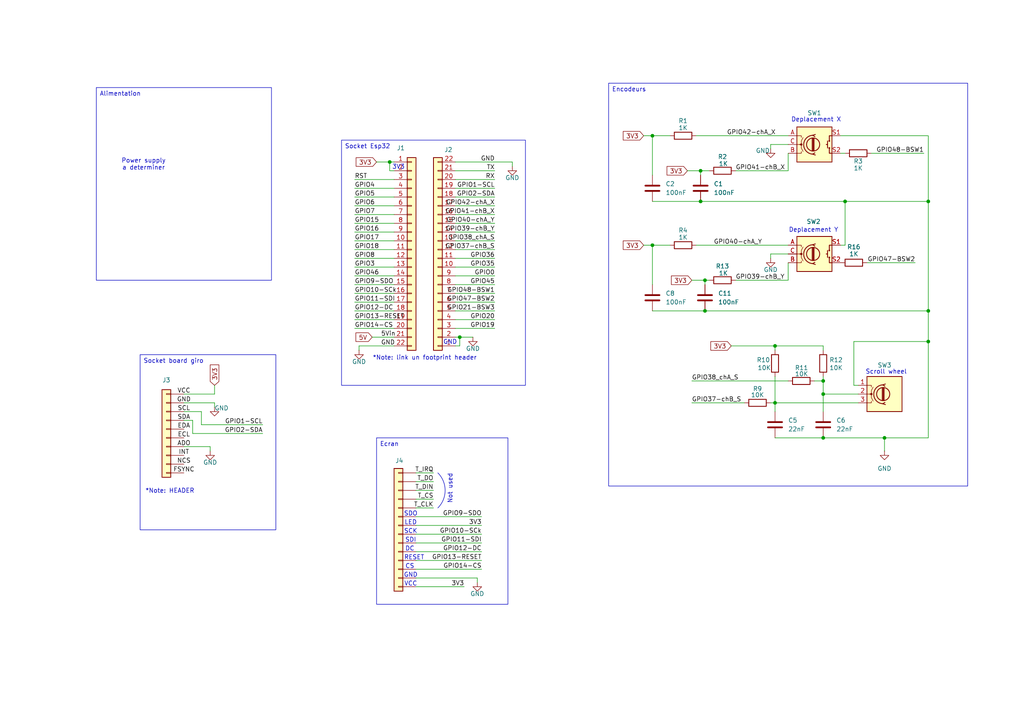
<source format=kicad_sch>
(kicad_sch (version 20231120) (generator "eeschema") (generator_version "8.0")
  (paper "A4")
  (lib_symbols
    (symbol "Conn_01x22_1" (pin_names (offset 1.016) hide)
      (property "Reference" "J" (at 0 27.94 0))
      (property "Value" "Conn_01x22" (at 0 -30.48 0))
      (symbol "Conn_01x22_1_1_1"
        (rectangle (start -1.27 -27.813) (end 0 -28.067) (stroke (width 0.1524)))
        (rectangle (start -1.27 -25.273) (end 0 -25.527) (stroke (width 0.1524)))
        (rectangle (start -1.27 -22.733) (end 0 -22.987) (stroke (width 0.1524)))
        (rectangle (start -1.27 -20.193) (end 0 -20.447) (stroke (width 0.1524)))
        (rectangle (start -1.27 -17.653) (end 0 -17.907) (stroke (width 0.1524)))
        (rectangle (start -1.27 -15.113) (end 0 -15.367) (stroke (width 0.1524)))
        (rectangle (start -1.27 -12.573) (end 0 -12.827) (stroke (width 0.1524)))
        (rectangle (start -1.27 -10.033) (end 0 -10.287) (stroke (width 0.1524)))
        (rectangle (start -1.27 -7.493) (end 0 -7.747) (stroke (width 0.1524)))
        (rectangle (start -1.27 -4.953) (end 0 -5.207) (stroke (width 0.1524)))
        (rectangle (start -1.27 -2.413) (end 0 -2.667) (stroke (width 0.1524)))
        (rectangle (start -1.27 0.127) (end 0 -0.127) (stroke (width 0.1524)))
        (rectangle (start -1.27 2.667) (end 0 2.413) (stroke (width 0.1524)))
        (rectangle (start -1.27 5.207) (end 0 4.953) (stroke (width 0.1524)))
        (rectangle (start -1.27 7.747) (end 0 7.493) (stroke (width 0.1524)))
        (rectangle (start -1.27 10.287) (end 0 10.033) (stroke (width 0.1524)))
        (rectangle (start -1.27 12.827) (end 0 12.573) (stroke (width 0.1524)))
        (rectangle (start -1.27 15.367) (end 0 15.113) (stroke (width 0.1524)))
        (rectangle (start -1.27 17.907) (end 0 17.653) (stroke (width 0.1524)))
        (rectangle (start -1.27 20.447) (end 0 20.193) (stroke (width 0.1524)))
        (rectangle (start -1.27 22.987) (end 0 22.733) (stroke (width 0.1524)))
        (rectangle (start -1.27 25.527) (end 0 25.273) (stroke (width 0.1524)))
        (rectangle (start -1.27 26.67) (end 1.27 -29.21) (stroke (width 0.254)) (fill (type background)))
        (pin passive line (at -5.08 25.4 0) (length 3.81) (name "Pin_1") (number "1"))
        (pin passive line (at -5.08 2.54 0) (length 3.81) (name "Pin_10") (number "10"))
        (pin passive line (at -5.08 0 0) (length 3.81) (name "Pin_11") (number "11"))
        (pin passive line (at -5.08 -2.54 0) (length 3.81) (name "Pin_12") (number "12"))
        (pin passive line (at -5.08 -5.08 0) (length 3.81) (name "Pin_13") (number "13"))
        (pin passive line (at -5.08 -7.62 0) (length 3.81) (name "Pin_14") (number "14"))
        (pin passive line (at -5.08 -10.16 0) (length 3.81) (name "Pin_15") (number "15"))
        (pin passive line (at -5.08 -12.7 0) (length 3.81) (name "Pin_16") (number "16"))
        (pin passive line (at -5.08 -15.24 0) (length 3.81) (name "Pin_17") (number "17"))
        (pin passive line (at -5.08 -17.78 0) (length 3.81) (name "Pin_18") (number "18"))
        (pin passive line (at -5.08 -20.32 0) (length 3.81) (name "Pin_19") (number "19"))
        (pin passive line (at -5.08 22.86 0) (length 3.81) (name "Pin_2") (number "2"))
        (pin passive line (at -5.08 -22.86 0) (length 3.81) (name "Pin_20") (number "20"))
        (pin passive line (at -5.08 -25.4 0) (length 3.81) (name "Pin_21") (number "21"))
        (pin passive line (at -5.08 -27.94 0) (length 3.81) (name "Pin_22") (number "22"))
        (pin passive line (at -5.08 20.32 0) (length 3.81) (name "Pin_3") (number "3"))
        (pin passive line (at -5.08 17.78 0) (length 3.81) (name "Pin_4") (number "4"))
        (pin passive line (at -5.08 15.24 0) (length 3.81) (name "Pin_5") (number "5"))
        (pin passive line (at -5.08 12.7 0) (length 3.81) (name "Pin_6") (number "6"))
        (pin passive line (at -5.08 10.16 0) (length 3.81) (name "Pin_7") (number "7"))
        (pin passive line (at -5.08 7.62 0) (length 3.81) (name "Pin_8") (number "8"))
        (pin passive line (at -5.08 5.08 0) (length 3.81) (name "Pin_9") (number "9"))
      )
    )
    (symbol "Connector_Generic:Conn_01x10" (pin_numbers hide) (pin_names (offset 1.016) hide)
      (property "Reference" "J" (at 0 12.7 0))
      (property "Value" "Conn_01x10" (at 0 -15.24 0))
      (symbol "Conn_01x10_1_1"
        (rectangle (start -1.27 -12.573) (end 0 -12.827) (stroke (width 0.1524)))
        (rectangle (start -1.27 -10.033) (end 0 -10.287) (stroke (width 0.1524)))
        (rectangle (start -1.27 -7.493) (end 0 -7.747) (stroke (width 0.1524)))
        (rectangle (start -1.27 -4.953) (end 0 -5.207) (stroke (width 0.1524)))
        (rectangle (start -1.27 -2.413) (end 0 -2.667) (stroke (width 0.1524)))
        (rectangle (start -1.27 0.127) (end 0 -0.127) (stroke (width 0.1524)))
        (rectangle (start -1.27 2.667) (end 0 2.413) (stroke (width 0.1524)))
        (rectangle (start -1.27 5.207) (end 0 4.953) (stroke (width 0.1524)))
        (rectangle (start -1.27 7.747) (end 0 7.493) (stroke (width 0.1524)))
        (rectangle (start -1.27 10.287) (end 0 10.033) (stroke (width 0.1524)))
        (rectangle (start -1.27 11.43) (end 1.27 -13.97) (stroke (width 0.254)) (fill (type background)))
        (pin passive line (at -5.08 10.16 0) (length 3.81) (name "Pin_1") (number "1"))
        (pin passive line (at -5.08 -12.7 0) (length 3.81) (name "Pin_10") (number "10"))
        (pin passive line (at -5.08 7.62 0) (length 3.81) (name "Pin_2") (number "2"))
        (pin passive line (at -5.08 5.08 0) (length 3.81) (name "Pin_3") (number "3"))
        (pin passive line (at -5.08 2.54 0) (length 3.81) (name "Pin_4") (number "4"))
        (pin passive line (at -5.08 0 0) (length 3.81) (name "Pin_5") (number "5"))
        (pin passive line (at -5.08 -2.54 0) (length 3.81) (name "Pin_6") (number "6"))
        (pin passive line (at -5.08 -5.08 0) (length 3.81) (name "Pin_7") (number "7"))
        (pin passive line (at -5.08 -7.62 0) (length 3.81) (name "Pin_8") (number "8"))
        (pin passive line (at -5.08 -10.16 0) (length 3.81) (name "Pin_9") (number "9"))
      )
    )
    (symbol "Connector_Generic:Conn_01x14" (pin_numbers hide) (pin_names (offset 1.016) hide)
      (property "Reference" "J" (at 0 17.78 0))
      (property "Value" "Conn_01x14" (at 0 -20.32 0))
      (symbol "Conn_01x14_1_1"
        (rectangle (start -1.27 -17.653) (end 0 -17.907) (stroke (width 0.1524)))
        (rectangle (start -1.27 -15.113) (end 0 -15.367) (stroke (width 0.1524)))
        (rectangle (start -1.27 -12.573) (end 0 -12.827) (stroke (width 0.1524)))
        (rectangle (start -1.27 -10.033) (end 0 -10.287) (stroke (width 0.1524)))
        (rectangle (start -1.27 -7.493) (end 0 -7.747) (stroke (width 0.1524)))
        (rectangle (start -1.27 -4.953) (end 0 -5.207) (stroke (width 0.1524)))
        (rectangle (start -1.27 -2.413) (end 0 -2.667) (stroke (width 0.1524)))
        (rectangle (start -1.27 0.127) (end 0 -0.127) (stroke (width 0.1524)))
        (rectangle (start -1.27 2.667) (end 0 2.413) (stroke (width 0.1524)))
        (rectangle (start -1.27 5.207) (end 0 4.953) (stroke (width 0.1524)))
        (rectangle (start -1.27 7.747) (end 0 7.493) (stroke (width 0.1524)))
        (rectangle (start -1.27 10.287) (end 0 10.033) (stroke (width 0.1524)))
        (rectangle (start -1.27 12.827) (end 0 12.573) (stroke (width 0.1524)))
        (rectangle (start -1.27 15.367) (end 0 15.113) (stroke (width 0.1524)))
        (rectangle (start -1.27 16.51) (end 1.27 -19.05) (stroke (width 0.254)) (fill (type background)))
        (pin passive line (at -5.08 15.24 0) (length 3.81) (name "Pin_1") (number "1"))
        (pin passive line (at -5.08 -7.62 0) (length 3.81) (name "Pin_10") (number "10"))
        (pin passive line (at -5.08 -10.16 0) (length 3.81) (name "Pin_11") (number "11"))
        (pin passive line (at -5.08 -12.7 0) (length 3.81) (name "Pin_12") (number "12"))
        (pin passive line (at -5.08 -15.24 0) (length 3.81) (name "Pin_13") (number "13"))
        (pin passive line (at -5.08 -17.78 0) (length 3.81) (name "Pin_14") (number "14"))
        (pin passive line (at -5.08 12.7 0) (length 3.81) (name "Pin_2") (number "2"))
        (pin passive line (at -5.08 10.16 0) (length 3.81) (name "Pin_3") (number "3"))
        (pin passive line (at -5.08 7.62 0) (length 3.81) (name "Pin_4") (number "4"))
        (pin passive line (at -5.08 5.08 0) (length 3.81) (name "Pin_5") (number "5"))
        (pin passive line (at -5.08 2.54 0) (length 3.81) (name "Pin_6") (number "6"))
        (pin passive line (at -5.08 0 0) (length 3.81) (name "Pin_7") (number "7"))
        (pin passive line (at -5.08 -2.54 0) (length 3.81) (name "Pin_8") (number "8"))
        (pin passive line (at -5.08 -5.08 0) (length 3.81) (name "Pin_9") (number "9"))
      )
    )
    (symbol "Connector_Generic:Conn_01x22" (pin_names (offset 1.016) hide)
      (property "Reference" "J" (at 0 27.94 0))
      (property "Value" "Conn_01x22" (at 0 -30.48 0))
      (symbol "Conn_01x22_1_1"
        (rectangle (start -1.27 -27.813) (end 0 -28.067) (stroke (width 0.1524)))
        (rectangle (start -1.27 -25.273) (end 0 -25.527) (stroke (width 0.1524)))
        (rectangle (start -1.27 -22.733) (end 0 -22.987) (stroke (width 0.1524)))
        (rectangle (start -1.27 -20.193) (end 0 -20.447) (stroke (width 0.1524)))
        (rectangle (start -1.27 -17.653) (end 0 -17.907) (stroke (width 0.1524)))
        (rectangle (start -1.27 -15.113) (end 0 -15.367) (stroke (width 0.1524)))
        (rectangle (start -1.27 -12.573) (end 0 -12.827) (stroke (width 0.1524)))
        (rectangle (start -1.27 -10.033) (end 0 -10.287) (stroke (width 0.1524)))
        (rectangle (start -1.27 -7.493) (end 0 -7.747) (stroke (width 0.1524)))
        (rectangle (start -1.27 -4.953) (end 0 -5.207) (stroke (width 0.1524)))
        (rectangle (start -1.27 -2.413) (end 0 -2.667) (stroke (width 0.1524)))
        (rectangle (start -1.27 0.127) (end 0 -0.127) (stroke (width 0.1524)))
        (rectangle (start -1.27 2.667) (end 0 2.413) (stroke (width 0.1524)))
        (rectangle (start -1.27 5.207) (end 0 4.953) (stroke (width 0.1524)))
        (rectangle (start -1.27 7.747) (end 0 7.493) (stroke (width 0.1524)))
        (rectangle (start -1.27 10.287) (end 0 10.033) (stroke (width 0.1524)))
        (rectangle (start -1.27 12.827) (end 0 12.573) (stroke (width 0.1524)))
        (rectangle (start -1.27 15.367) (end 0 15.113) (stroke (width 0.1524)))
        (rectangle (start -1.27 17.907) (end 0 17.653) (stroke (width 0.1524)))
        (rectangle (start -1.27 20.447) (end 0 20.193) (stroke (width 0.1524)))
        (rectangle (start -1.27 22.987) (end 0 22.733) (stroke (width 0.1524)))
        (rectangle (start -1.27 25.527) (end 0 25.273) (stroke (width 0.1524)))
        (rectangle (start -1.27 26.67) (end 1.27 -29.21) (stroke (width 0.254)) (fill (type background)))
        (pin passive line (at -5.08 25.4 0) (length 3.81) (name "Pin_1") (number "1"))
        (pin passive line (at -5.08 2.54 0) (length 3.81) (name "Pin_10") (number "10"))
        (pin passive line (at -5.08 0 0) (length 3.81) (name "Pin_11") (number "11"))
        (pin passive line (at -5.08 -2.54 0) (length 3.81) (name "Pin_12") (number "12"))
        (pin passive line (at -5.08 -5.08 0) (length 3.81) (name "Pin_13") (number "13"))
        (pin passive line (at -5.08 -7.62 0) (length 3.81) (name "Pin_14") (number "14"))
        (pin passive line (at -5.08 -10.16 0) (length 3.81) (name "Pin_15") (number "15"))
        (pin passive line (at -5.08 -12.7 0) (length 3.81) (name "Pin_16") (number "16"))
        (pin passive line (at -5.08 -15.24 0) (length 3.81) (name "Pin_17") (number "17"))
        (pin passive line (at -5.08 -17.78 0) (length 3.81) (name "Pin_18") (number "18"))
        (pin passive line (at -5.08 -20.32 0) (length 3.81) (name "Pin_19") (number "19"))
        (pin passive line (at -5.08 22.86 0) (length 3.81) (name "Pin_2") (number "2"))
        (pin passive line (at -5.08 -22.86 0) (length 3.81) (name "Pin_20") (number "20"))
        (pin passive line (at -5.08 -25.4 0) (length 3.81) (name "Pin_21") (number "21"))
        (pin passive line (at -5.08 -27.94 0) (length 3.81) (name "Pin_22") (number "22"))
        (pin passive line (at -5.08 20.32 0) (length 3.81) (name "Pin_3") (number "3"))
        (pin passive line (at -5.08 17.78 0) (length 3.81) (name "Pin_4") (number "4"))
        (pin passive line (at -5.08 15.24 0) (length 3.81) (name "Pin_5") (number "5"))
        (pin passive line (at -5.08 12.7 0) (length 3.81) (name "Pin_6") (number "6"))
        (pin passive line (at -5.08 10.16 0) (length 3.81) (name "Pin_7") (number "7"))
        (pin passive line (at -5.08 7.62 0) (length 3.81) (name "Pin_8") (number "8"))
        (pin passive line (at -5.08 5.08 0) (length 3.81) (name "Pin_9") (number "9"))
      )
    )
    (symbol "Device:C" (pin_numbers hide) (pin_names (offset 0.254))
      (property "Reference" "C" (at 0.635 2.54 0))
      (property "Value" "C" (at 0.635 -2.54 0))
      (symbol "C_0_1"
        (polyline (pts (xy -2.032 -0.762) (xy 2.032 -0.762)) (stroke (width 0.508)))
        (polyline (pts (xy -2.032 0.762) (xy 2.032 0.762)) (stroke (width 0.508)))
      )
      (symbol "C_1_1"
        (pin passive line (at 0 3.81 270) (length 2.794) (name "~") (number "1"))
        (pin passive line (at 0 -3.81 90) (length 2.794) (name "~") (number "2"))
      )
    )
    (symbol "Device:R" (pin_numbers hide) (pin_names (offset 0))
      (property "Reference" "R" (at 2.032 0 90))
      (property "Value" "R" (at 0 0 90))
      (symbol "R_0_1"
        (rectangle (start -1.016 -2.54) (end 1.016 2.54) (stroke (width 0.254)))
      )
      (symbol "R_1_1"
        (pin passive line (at 0 3.81 270) (length 1.27) (name "~") (number "1"))
        (pin passive line (at 0 -3.81 90) (length 1.27) (name "~") (number "2"))
      )
    )
    (symbol "Device:RotaryEncoder_Switch" (pin_names (offset 0.254) hide)
      (property "Reference" "SW" (at 0 6.604 0))
      (property "Value" "RotaryEncoder_Switch" (at 0 -6.604 0))
      (symbol "RotaryEncoder_Switch_0_1"
        (rectangle (start -5.08 5.08) (end 5.08 -5.08) (stroke (width 0.254)) (fill (type background)))
        (circle (center -3.81 0) (radius 0.254) (fill (type outline)))
        (circle (center -0.381 0) (radius 1.905) (stroke (width 0.254)))
        (arc (start -0.381 2.667) (mid -3.0988 -0.0635) (end -0.381 -2.794) (stroke (width 0.254)))
        (polyline (pts (xy -0.635 -1.778) (xy -0.635 1.778)) (stroke (width 0.254)))
        (polyline (pts (xy -0.381 -1.778) (xy -0.381 1.778)) (stroke (width 0.254)))
        (polyline (pts (xy -0.127 1.778) (xy -0.127 -1.778)) (stroke (width 0.254)))
        (polyline (pts (xy 3.81 0) (xy 3.429 0)) (stroke (width 0.254)))
        (polyline (pts (xy 3.81 1.016) (xy 3.81 -1.016)) (stroke (width 0.254)))
        (polyline (pts (xy -5.08 -2.54) (xy -3.81 -2.54) (xy -3.81 -2.032)))
        (polyline (pts (xy -5.08 2.54) (xy -3.81 2.54) (xy -3.81 2.032)))
        (polyline (pts (xy 0.254 -3.048) (xy -0.508 -2.794) (xy 0.127 -2.413)) (stroke (width 0.254)))
        (polyline (pts (xy 0.254 2.921) (xy -0.508 2.667) (xy 0.127 2.286)) (stroke (width 0.254)))
        (polyline (pts (xy 5.08 -2.54) (xy 4.318 -2.54) (xy 4.318 -1.016)) (stroke (width 0.254)))
        (polyline (pts (xy 5.08 2.54) (xy 4.318 2.54) (xy 4.318 1.016)) (stroke (width 0.254)))
        (polyline (pts (xy -5.08 0) (xy -3.81 0) (xy -3.81 -1.016) (xy -3.302 -2.032)))
        (polyline (pts (xy -4.318 0) (xy -3.81 0) (xy -3.81 1.016) (xy -3.302 2.032)))
        (circle (center 4.318 -1.016) (radius 0.127) (stroke (width 0.254)))
        (circle (center 4.318 1.016) (radius 0.127) (stroke (width 0.254)))
      )
      (symbol "RotaryEncoder_Switch_1_1"
        (pin passive line (at -7.62 2.54 0) (length 2.54) (name "A") (number "A"))
        (pin passive line (at -7.62 -2.54 0) (length 2.54) (name "B") (number "B"))
        (pin passive line (at -7.62 0 0) (length 2.54) (name "C") (number "C"))
        (pin passive line (at 7.62 2.54 180) (length 2.54) (name "S1") (number "S1"))
        (pin passive line (at 7.62 -2.54 180) (length 2.54) (name "S2") (number "S2"))
      )
    )
    (symbol "RotaryEncoder_1" (pin_names (offset 0.254) hide)
      (property "Reference" "SW3" (at -2.032 8.382 0))
      (symbol "RotaryEncoder_1_0_1"
        (rectangle (start -5.08 5.08) (end 5.08 -5.08) (stroke (width 0.254)) (fill (type background)))
        (circle (center -3.81 0) (radius 0.254) (fill (type outline)))
        (circle (center -0.381 0) (radius 1.905) (stroke (width 0.254)))
        (arc (start -0.381 2.667) (mid -3.0988 -0.0635) (end -0.381 -2.794) (stroke (width 0.254)))
        (polyline (pts (xy -0.635 -1.778) (xy -0.635 1.778)) (stroke (width 0.254)))
        (polyline (pts (xy -0.381 -1.778) (xy -0.381 1.778)) (stroke (width 0.254)))
        (polyline (pts (xy -0.127 1.778) (xy -0.127 -1.778)) (stroke (width 0.254)))
        (polyline (pts (xy -5.08 -2.54) (xy -3.81 -2.54) (xy -3.81 -2.032)))
        (polyline (pts (xy -5.08 2.54) (xy -3.81 2.54) (xy -3.81 2.032)))
        (polyline (pts (xy 0.254 -3.048) (xy -0.508 -2.794) (xy 0.127 -2.413)) (stroke (width 0.254)))
        (polyline (pts (xy 0.254 2.921) (xy -0.508 2.667) (xy 0.127 2.286)) (stroke (width 0.254)))
        (polyline (pts (xy -5.08 0) (xy -3.81 0) (xy -3.81 -1.016) (xy -3.302 -2.032)))
        (polyline (pts (xy -4.318 0) (xy -3.81 0) (xy -3.81 1.016) (xy -3.302 2.032)))
      )
      (symbol "RotaryEncoder_1_1_1"
        (pin passive line (at -7.62 2.54 0) (length 2.54) (name "1") (number "1"))
        (pin passive line (at -7.62 0 0) (length 2.54) (name "2") (number "2"))
        (pin passive line (at -7.62 -2.54 0) (length 2.54) (name "3") (number "3"))
      )
    )
    (symbol "power:GND" (power) (pin_numbers hide) (pin_names (offset 0) hide)
      (property "Value" "GND" (at 0 -3.81 0))
      (symbol "GND_0_1"
        (polyline (pts (xy 0 0) (xy 0 -1.27) (xy 1.27 -1.27) (xy 0 -2.54) (xy -1.27 -1.27) (xy 0 -1.27)))
      )
      (symbol "GND_1_1"
        (pin power_in line (at 0 0 270) (length 0) (name "~") (number "1"))
      )
    )
  )
  (junction (at 269.24 90.17))
  (junction (at 245.11 58.42))
  (junction (at 269.24 99.06))
  (junction (at 133.35 97.79))
  (junction (at 189.23 39.37))
  (junction (at 189.23 71.12))
  (junction (at 238.76 110.49))
  (junction (at 256.54 127))
  (junction (at 204.47 81.28))
  (junction (at 238.76 127))
  (junction (at 203.2 58.42))
  (junction (at 224.79 100.33))
  (junction (at 238.76 114.3))
  (junction (at 203.2 49.53))
  (junction (at 269.24 58.42))
  (junction (at 113.03 46.99))
  (junction (at 204.47 90.17))
  (junction (at 224.79 116.84))
  (wire (pts (xy 203.2 49.53) (xy 203.2 50.8)))
  (wire (pts (xy 132.08 74.93) (xy 143.51 74.93)))
  (wire (pts (xy 107.95 97.79) (xy 114.3 97.79)))
  (wire (pts (xy 60.96 129.54) (xy 53.34 129.54)))
  (wire (pts (xy 102.87 54.61) (xy 114.3 54.61)))
  (wire (pts (xy 238.76 127) (xy 256.54 127)))
  (wire (pts (xy 53.34 121.92) (xy 55.88 121.92)))
  (wire (pts (xy 102.87 92.71) (xy 114.3 92.71)))
  (wire (pts (xy 120.65 144.78) (xy 125.73 144.78)))
  (wire (pts (xy 238.76 109.22) (xy 238.76 110.49)))
  (wire (pts (xy 120.65 152.4) (xy 139.7 152.4)))
  (wire (pts (xy 132.08 52.07) (xy 143.51 52.07)))
  (wire (pts (xy 245.11 71.12) (xy 245.11 58.42)))
  (wire (pts (xy 228.6 49.53) (xy 228.6 44.45)))
  (wire (pts (xy 238.76 114.3) (xy 248.92 114.3)))
  (wire (pts (xy 58.42 123.19) (xy 76.2 123.19)))
  (wire (pts (xy 133.35 97.79) (xy 133.35 100.33)))
  (wire (pts (xy 213.36 81.28) (xy 228.6 81.28)))
  (wire (pts (xy 132.08 82.55) (xy 143.51 82.55)))
  (wire (pts (xy 200.66 116.84) (xy 215.9 116.84)))
  (wire (pts (xy 132.08 97.79) (xy 133.35 97.79)))
  (wire (pts (xy 248.92 116.84) (xy 224.79 116.84)))
  (wire (pts (xy 148.59 48.26) (xy 148.59 46.99)))
  (wire (pts (xy 245.11 44.45) (xy 243.84 44.45)))
  (wire (pts (xy 213.36 49.53) (xy 228.6 49.53)))
  (wire (pts (xy 189.23 71.12) (xy 189.23 82.55)))
  (wire (pts (xy 245.11 58.42) (xy 269.24 58.42)))
  (wire (pts (xy 120.65 157.48) (xy 139.7 157.48)))
  (wire (pts (xy 224.79 116.84) (xy 224.79 119.38)))
  (wire (pts (xy 236.22 110.49) (xy 238.76 110.49)))
  (wire (pts (xy 247.65 99.06) (xy 247.65 111.76)))
  (wire (pts (xy 251.46 76.2) (xy 265.43 76.2)))
  (wire (pts (xy 201.93 71.12) (xy 228.6 71.12)))
  (wire (pts (xy 269.24 58.42) (xy 269.24 90.17)))
  (wire (pts (xy 132.08 80.01) (xy 143.51 80.01)))
  (wire (pts (xy 104.14 100.33) (xy 104.14 101.6)))
  (wire (pts (xy 199.39 49.53) (xy 203.2 49.53)))
  (wire (pts (xy 102.87 95.25) (xy 114.3 95.25)))
  (wire (pts (xy 247.65 111.76) (xy 248.92 111.76)))
  (wire (pts (xy 120.65 139.7) (xy 125.73 139.7)))
  (wire (pts (xy 223.52 73.66) (xy 228.6 73.66)))
  (wire (pts (xy 212.09 100.33) (xy 224.79 100.33)))
  (wire (pts (xy 132.08 90.17) (xy 143.51 90.17)))
  (wire (pts (xy 132.08 87.63) (xy 143.51 87.63)))
  (wire (pts (xy 58.42 119.38) (xy 58.42 123.19)))
  (wire (pts (xy 132.08 67.31) (xy 143.51 67.31)))
  (wire (pts (xy 186.69 71.12) (xy 189.23 71.12)))
  (wire (pts (xy 132.08 95.25) (xy 143.51 95.25)))
  (wire (pts (xy 238.76 114.3) (xy 238.76 119.38)))
  (wire (pts (xy 104.14 100.33) (xy 114.3 100.33)))
  (wire (pts (xy 113.03 49.53) (xy 114.3 49.53)))
  (wire (pts (xy 138.43 168.91) (xy 138.43 167.64)))
  (wire (pts (xy 269.24 99.06) (xy 269.24 127)))
  (wire (pts (xy 224.79 127) (xy 238.76 127)))
  (wire (pts (xy 189.23 58.42) (xy 203.2 58.42)))
  (wire (pts (xy 113.03 46.99) (xy 114.3 46.99)))
  (wire (pts (xy 132.08 69.85) (xy 143.51 69.85)))
  (wire (pts (xy 132.08 62.23) (xy 143.51 62.23)))
  (wire (pts (xy 200.66 110.49) (xy 228.6 110.49)))
  (wire (pts (xy 102.87 72.39) (xy 114.3 72.39)))
  (wire (pts (xy 224.79 100.33) (xy 238.76 100.33)))
  (wire (pts (xy 189.23 90.17) (xy 204.47 90.17)))
  (wire (pts (xy 120.65 137.16) (xy 125.73 137.16)))
  (wire (pts (xy 203.2 49.53) (xy 205.74 49.53)))
  (wire (pts (xy 204.47 90.17) (xy 269.24 90.17)))
  (wire (pts (xy 55.88 125.73) (xy 76.2 125.73)))
  (wire (pts (xy 133.35 100.33) (xy 132.08 100.33)))
  (wire (pts (xy 120.65 160.02) (xy 139.7 160.02)))
  (wire (pts (xy 102.87 82.55) (xy 114.3 82.55)))
  (wire (pts (xy 189.23 39.37) (xy 189.23 50.8)))
  (wire (pts (xy 256.54 127) (xy 269.24 127)))
  (wire (pts (xy 102.87 67.31) (xy 114.3 67.31)))
  (wire (pts (xy 148.59 46.99) (xy 132.08 46.99)))
  (wire (pts (xy 102.87 69.85) (xy 114.3 69.85)))
  (wire (pts (xy 228.6 81.28) (xy 228.6 76.2)))
  (wire (pts (xy 189.23 71.12) (xy 194.31 71.12)))
  (wire (pts (xy 132.08 64.77) (xy 143.51 64.77)))
  (wire (pts (xy 102.87 52.07) (xy 114.3 52.07)))
  (wire (pts (xy 60.96 130.81) (xy 60.96 129.54)))
  (wire (pts (xy 102.87 57.15) (xy 114.3 57.15)))
  (wire (pts (xy 113.03 46.99) (xy 113.03 49.53)))
  (wire (pts (xy 109.22 46.99) (xy 113.03 46.99)))
  (wire (pts (xy 238.76 100.33) (xy 238.76 101.6)))
  (wire (pts (xy 120.65 165.1) (xy 139.7 165.1)))
  (wire (pts (xy 132.08 72.39) (xy 143.51 72.39)))
  (wire (pts (xy 62.23 114.3) (xy 62.23 111.76)))
  (wire (pts (xy 247.65 99.06) (xy 269.24 99.06)))
  (wire (pts (xy 120.65 154.94) (xy 139.7 154.94)))
  (wire (pts (xy 102.87 77.47) (xy 114.3 77.47)))
  (wire (pts (xy 223.52 116.84) (xy 224.79 116.84)))
  (wire (pts (xy 53.34 119.38) (xy 58.42 119.38)))
  (wire (pts (xy 120.65 142.24) (xy 125.73 142.24)))
  (wire (pts (xy 102.87 62.23) (xy 114.3 62.23)))
  (wire (pts (xy 238.76 110.49) (xy 238.76 114.3)))
  (wire (pts (xy 204.47 82.55) (xy 204.47 81.28)))
  (wire (pts (xy 102.87 87.63) (xy 114.3 87.63)))
  (wire (pts (xy 133.35 97.79) (xy 137.16 97.79)))
  (wire (pts (xy 120.65 170.18) (xy 134.62 170.18)))
  (wire (pts (xy 102.87 74.93) (xy 114.3 74.93)))
  (wire (pts (xy 120.65 147.32) (xy 125.73 147.32)))
  (wire (pts (xy 132.08 92.71) (xy 143.51 92.71)))
  (wire (pts (xy 132.08 57.15) (xy 143.51 57.15)))
  (wire (pts (xy 200.66 81.28) (xy 204.47 81.28)))
  (wire (pts (xy 62.23 116.84) (xy 53.34 116.84)))
  (wire (pts (xy 102.87 80.01) (xy 114.3 80.01)))
  (wire (pts (xy 120.65 162.56) (xy 139.7 162.56)))
  (wire (pts (xy 102.87 85.09) (xy 114.3 85.09)))
  (wire (pts (xy 223.52 41.91) (xy 228.6 41.91)))
  (wire (pts (xy 102.87 90.17) (xy 114.3 90.17)))
  (wire (pts (xy 132.08 49.53) (xy 143.51 49.53)))
  (wire (pts (xy 223.52 43.18) (xy 223.52 41.91)))
  (wire (pts (xy 186.69 39.37) (xy 189.23 39.37)))
  (wire (pts (xy 132.08 59.69) (xy 143.51 59.69)))
  (wire (pts (xy 204.47 81.28) (xy 205.74 81.28)))
  (wire (pts (xy 201.93 39.37) (xy 228.6 39.37)))
  (wire (pts (xy 102.87 64.77) (xy 114.3 64.77)))
  (wire (pts (xy 269.24 39.37) (xy 269.24 58.42)))
  (wire (pts (xy 243.84 39.37) (xy 269.24 39.37)))
  (wire (pts (xy 189.23 39.37) (xy 194.31 39.37)))
  (wire (pts (xy 55.88 121.92) (xy 55.88 125.73)))
  (wire (pts (xy 224.79 109.22) (xy 224.79 116.84)))
  (wire (pts (xy 132.08 54.61) (xy 143.51 54.61)))
  (wire (pts (xy 224.79 100.33) (xy 224.79 101.6)))
  (wire (pts (xy 53.34 114.3) (xy 62.23 114.3)))
  (wire (pts (xy 120.65 149.86) (xy 139.7 149.86)))
  (wire (pts (xy 269.24 90.17) (xy 269.24 99.06)))
  (wire (pts (xy 223.52 74.93) (xy 223.52 73.66)))
  (wire (pts (xy 62.23 118.11) (xy 62.23 116.84)))
  (wire (pts (xy 120.65 167.64) (xy 138.43 167.64)))
  (wire (pts (xy 256.54 127) (xy 256.54 130.81)))
  (wire (pts (xy 252.73 44.45) (xy 267.97 44.45)))
  (wire (pts (xy 203.2 58.42) (xy 245.11 58.42)))
  (wire (pts (xy 132.08 77.47) (xy 143.51 77.47)))
  (wire (pts (xy 132.08 85.09) (xy 143.51 85.09)))
  (wire (pts (xy 243.84 71.12) (xy 245.11 71.12)))
  (wire (pts (xy 102.87 59.69) (xy 114.3 59.69)))
  (arc (start 127 137.16) (mid 129.1042 142.24) (end 127 147.32))
  (text_box "Ecran" (at 109.22 127 0) (size 38.1 48.26) (effects (font (size 1.27 1.27)) (justify left top)))
  (text_box "Socket Esp32" (at 99.06 40.64 0) (size 53.34 71.12) (effects (font (size 1.27 1.27)) (justify left top)))
  (text_box "Alimentation" (at 27.94 25.4 0) (size 50.8 55.88) (effects (font (size 1.27 1.27)) (justify left top)))
  (text_box "Encodeurs" (at 176.53 24.13 0) (size 104.14 116.84) (effects (font (size 1.27 1.27)) (justify left top)))
  (text_box "Socket board giro\n" (at 40.64 102.87 0) (size 39.37 50.8) (effects (font (size 1.27 1.27)) (justify left top)))
  (text "CS" (at 118.872 164.338 0) (effects (font (size 1.27 1.27))))
  (text "SDI" (at 119.126 156.718 0) (effects (font (size 1.27 1.27))))
  (text "GND" (at 119.126 166.878 0) (effects (font (size 1.27 1.27))))
  (text "Not used" (at 130.556 141.732 90) (effects (font (size 1.27 1.27))))
  (text "SDO" (at 119.126 149.098 0) (effects (font (size 1.27 1.27))))
  (text "*Note: link un footprint header" (at 123.19 103.886 0) (effects (font (size 1.27 1.27))))
  (text "Deplacement X" (at 236.728 34.798 0) (effects (font (size 1.27 1.27))))
  (text "SCK" (at 119.126 154.178 0) (effects (font (size 1.27 1.27))))
  (text "3V3" (at 115.57 48.514 0) (effects (font (size 1.27 1.27))))
  (text "Scroll wheel" (at 257.048 107.95 0) (effects (font (size 1.27 1.27))))
  (text "*Note: HEADER" (at 49.276 142.494 0) (effects (font (size 1.27 1.27))))
  (text "GND" (at 130.556 99.314 0) (effects (font (size 1.27 1.27))))
  (text "Deplacement Y" (at 235.966 66.802 0) (effects (font (size 1.27 1.27))))
  (text "RESET" (at 120.142 161.798 0) (effects (font (size 1.27 1.27))))
  (text "Power supply\na determiner" (at 41.656 47.752 0) (effects (font (size 1.27 1.27))))
  (text "DC" (at 118.872 159.258 0) (effects (font (size 1.27 1.27))))
  (text "LED" (at 119.126 151.638 0) (effects (font (size 1.27 1.27))))
  (text "VCC" (at 119.126 169.418 0) (effects (font (size 1.27 1.27))))
  (label "GPIO12-DC" (at 139.7 160.02 180))
  (label "ADO" (at 53.34 129.54 0))
  (label "GPIO11-SDI" (at 102.87 87.63 0))
  (label "TX" (at 143.51 49.53 180))
  (label "GPIO0" (at 143.51 80.01 180))
  (label "GPIO39-chB_Y" (at 143.51 67.31 180))
  (label "T_DO" (at 125.73 139.7 180))
  (label "T_CS" (at 125.73 144.78 180))
  (label "VCC" (at 53.34 114.3 0))
  (label "ECL" (at 53.34 127 0))
  (label "GPIO9-SDO" (at 102.87 82.55 0))
  (label "GPIO1-SCL" (at 143.51 54.61 180))
  (label "GPIO1-SCL" (at 76.2 123.19 180))
  (label "T_DIN" (at 125.73 142.24 180))
  (label "GPIO41-chB_X" (at 213.36 49.53 0))
  (label "5Vin" (at 110.49 97.79 0))
  (label "GPIO8" (at 102.87 74.93 0))
  (label "GPIO47-BSW2" (at 265.43 76.2 180))
  (label "GPIO21-BSW3" (at 143.51 90.17 180))
  (label "GPIO3" (at 102.87 77.47 0))
  (label "GPIO48-BSW1" (at 267.97 44.45 180))
  (label "GPIO13-RESET" (at 139.7 162.56 180))
  (label "3V3" (at 139.7 152.4 180))
  (label "GPIO39-chB_Y" (at 213.36 81.28 0))
  (label "GPIO17" (at 102.87 69.85 0))
  (label "GPIO12-DC" (at 102.87 90.17 0))
  (label "GPIO13-RESET" (at 102.87 92.71 0))
  (label "GPIO2-SDA" (at 76.2 125.73 180))
  (label "GPIO14-CS" (at 139.7 165.1 180))
  (label "GPIO40-chA_Y" (at 143.51 64.77 180))
  (label "GPIO37-chB_S" (at 200.66 116.84 0))
  (label "GND" (at 53.34 116.84 0))
  (label "SDA" (at 53.34 121.92 0))
  (label "GPIO7" (at 102.87 62.23 0))
  (label "GPIO42-chA_X" (at 210.82 39.37 0))
  (label "NCS" (at 53.34 134.62 0))
  (label "T_IRQ" (at 125.73 137.16 180))
  (label "GPIO47-BSW2" (at 143.51 87.63 180))
  (label "GPIO11-SDI" (at 139.7 157.48 180))
  (label "GPIO38_chA_S" (at 200.66 110.49 0))
  (label "GPIO6" (at 102.87 59.69 0))
  (label "GND" (at 143.51 46.99 180))
  (label "GPIO45" (at 143.51 82.55 180))
  (label "GPIO48-BSW1" (at 143.51 85.09 180))
  (label "GPIO14-CS" (at 102.87 95.25 0))
  (label "GND" (at 110.49 100.33 0))
  (label "GPIO20" (at 143.51 92.71 180))
  (label "INT" (at 53.34 132.08 0))
  (label "GPIO41-chB_X" (at 143.51 62.23 180))
  (label "FSYNC" (at 53.34 137.16 0))
  (label "GPIO15" (at 102.87 64.77 0))
  (label "GPIO18" (at 102.87 72.39 0))
  (label "EDA" (at 53.34 124.46 0))
  (label "GPIO5" (at 102.87 57.15 0))
  (label "GPIO10-SCk" (at 139.7 154.94 180))
  (label "GPIO46" (at 102.87 80.01 0))
  (label "SCL" (at 53.34 119.38 0))
  (label "GPIO4" (at 102.87 54.61 0))
  (label "GPIO37-chB_S" (at 143.51 72.39 180))
  (label "GPIO38_chA_S" (at 143.51 69.85 180))
  (label "T_CLK" (at 125.73 147.32 180))
  (label "GPIO40-chA_Y" (at 207.01 71.12 0))
  (label "GPIO16" (at 102.87 67.31 0))
  (label "GPIO10-SCk" (at 102.87 85.09 0))
  (label "RST" (at 102.87 52.07 0))
  (label "3V3" (at 134.62 170.18 180))
  (label "GPIO36" (at 143.51 74.93 180))
  (label "RX" (at 143.51 52.07 180))
  (label "GPIO2-SDA" (at 143.51 57.15 180))
  (label "GPIO19" (at 143.51 95.25 180))
  (label "GPIO9-SDO" (at 139.7 149.86 180))
  (label "GPIO35" (at 143.51 77.47 180))
  (label "GPIO42-chA_X" (at 143.51 59.69 180))
  (global_label "3V3" (shape input) (at 109.22 46.99 180) (property "Intersheetrefs" "${INTERSHEET_REFS}" (effects (hide yes))))
  (global_label "3V3" (shape input) (at 199.39 49.53 180) (property "Intersheetrefs" "${INTERSHEET_REFS}" (effects (hide yes))))
  (global_label "5V" (shape input) (at 107.95 97.79 180) (property "Intersheetrefs" "${INTERSHEET_REFS}" (effects (hide yes))))
  (global_label "3V3" (shape input) (at 212.09 100.33 180) (property "Intersheetrefs" "${INTERSHEET_REFS}" (effects (hide yes))))
  (global_label "3V3" (shape input) (at 62.23 111.76 90) (property "Intersheetrefs" "${INTERSHEET_REFS}" (effects (hide yes))))
  (global_label "3V3" (shape input) (at 186.69 39.37 180) (property "Intersheetrefs" "${INTERSHEET_REFS}" (effects (hide yes))))
  (global_label "3V3" (shape input) (at 200.66 81.28 180) (property "Intersheetrefs" "${INTERSHEET_REFS}" (effects (hide yes))))
  (global_label "3V3" (shape input) (at 186.69 71.12 180) (property "Intersheetrefs" "${INTERSHEET_REFS}" (effects (hide yes))))
  (symbol (lib_id "power:GND") (at 137.16 97.79 0) (unit 1)
    (property "Reference" "#PWR08" (effects (hide yes)))
    (property "Value" "GND" (at 137.16 101.092 0))
    (property "Description" "Power symbol creates a global label with name \"GND\" , ground" (effects (hide yes)))
  )
  (symbol (lib_id "Device:R") (at 198.12 71.12 90) (unit 1)
    (property "Reference" "R4" (at 198.12 66.802 90))
    (property "Value" "1K" (at 198.12 68.834 90))
    (property "Footprint" "Resistor_SMD:R_0805_2012Metric_Pad1.20x1.40mm_HandSolder" (effects (hide yes)))
    (property "Description" "Resistor" (effects (hide yes)))
  )
  (symbol (lib_id "Device:R") (at 219.71 116.84 270) (unit 1)
    (property "Reference" "R9" (at 219.71 112.776 90))
    (property "Value" "10K" (at 219.71 114.554 90))
    (property "Footprint" "Resistor_SMD:R_0805_2012Metric_Pad1.20x1.40mm_HandSolder" (effects (hide yes)))
    (property "Description" "Resistor" (effects (hide yes)))
  )
  (symbol (lib_id "power:GND") (at 138.43 168.91 0) (unit 1)
    (property "Reference" "#PWR04" (effects (hide yes)))
    (property "Value" "GND" (at 138.43 172.212 0))
    (property "Description" "Power symbol creates a global label with name \"GND\" , ground" (effects (hide yes)))
  )
  (symbol (lib_name "Conn_01x22_1") (lib_id "Connector_Generic:Conn_01x22") (at 119.38 72.39 0) (unit 1)
    (property "Reference" "J1" (at 115.062 42.926 0) (effects (justify left)))
    (property "Value" "Conn_01x22" (effects (hide yes)))
    (property "Footprint" "Connector_PinHeader_1.00mm:PinHeader_1x22_P1.00mm_Vertical" (effects (hide yes)))
    (property "Description" "Generic connector, single row, 01x22, script generated (kicad-library-utils/schlib/autogen/connector/)" (effects (hide yes)))
  )
  (symbol (lib_id "power:GND") (at 148.59 48.26 0) (unit 1)
    (property "Reference" "#PWR06" (effects (hide yes)))
    (property "Value" "GND" (at 148.59 51.562 0))
    (property "Description" "Power symbol creates a global label with name \"GND\" , ground" (effects (hide yes)))
  )
  (symbol (lib_id "Device:R") (at 232.41 110.49 90) (unit 1)
    (property "Reference" "R11" (at 234.442 106.68 90) (effects (justify left)))
    (property "Value" "10K" (at 234.442 108.458 90) (effects (justify left)))
    (property "Footprint" "Resistor_SMD:R_0805_2012Metric_Pad1.20x1.40mm_HandSolder" (effects (hide yes)))
    (property "Description" "Resistor" (effects (hide yes)))
  )
  (symbol (lib_id "power:GND") (at 62.23 118.11 0) (unit 1)
    (property "Reference" "#PWR07" (effects (hide yes)))
    (property "Value" "GND" (at 64.262 118.364 0))
    (property "Description" "Power symbol creates a global label with name \"GND\" , ground" (effects (hide yes)))
  )
  (symbol (lib_id "Device:R") (at 198.12 39.37 90) (unit 1)
    (property "Reference" "R1" (at 198.12 35.052 90))
    (property "Value" "1K" (at 198.12 37.084 90))
    (property "Footprint" "Resistor_SMD:R_0805_2012Metric_Pad1.20x1.40mm_HandSolder" (effects (hide yes)))
    (property "Description" "Resistor" (effects (hide yes)))
  )
  (symbol (lib_id "power:GND") (at 223.52 43.18 0) (unit 1)
    (property "Reference" "#PWR05" (effects (hide yes)))
    (property "Value" "GND" (at 221.234 43.688 0))
    (property "Description" "Power symbol creates a global label with name \"GND\" , ground" (effects (hide yes)))
  )
  (symbol (lib_id "Device:RotaryEncoder_Switch") (at 236.22 41.91 0) (unit 1)
    (property "Reference" "SW1" (at 236.22 32.766 0))
    (property "Value" "RotaryEncoder_Switch" (effects (hide yes)))
    (property "Footprint" "Rotary_Encoder:RotaryEncoder_Alps_EC11E-Switch_Vertical_H20mm" (effects (hide yes)))
    (property "Description" "Rotary encoder, dual channel, incremental quadrate outputs, with switch" (effects (hide yes)))
  )
  (symbol (lib_id "Device:C") (at 204.47 86.36 0) (unit 1)
    (property "Reference" "C11" (at 208.28 85.0899 0) (effects (justify left)))
    (property "Value" "100nF" (at 208.28 87.6299 0) (effects (justify left)))
    (property "Footprint" "Capacitor_SMD:C_0805_2012Metric_Pad1.18x1.45mm_HandSolder" (effects (hide yes)))
    (property "Description" "Unpolarized capacitor" (effects (hide yes)))
  )
  (symbol (lib_name "RotaryEncoder_1") (lib_id "Device:RotaryEncoder") (at 256.54 114.3 0) (unit 1)
    (property "Reference" "SW3" (at 254.508 105.918 0) (effects (justify left)))
    (property "Value" "RotaryEncoder" (effects (hide yes)))
    (property "Footprint" "footprints:EN10HT_BIT" (effects (hide yes)))
    (property "Description" "Rotary encoder, dual channel, incremental quadrate outputs" (effects (hide yes)))
  )
  (symbol (lib_id "power:GND") (at 223.52 74.93 0) (unit 1)
    (property "Reference" "#PWR09" (effects (hide yes)))
    (property "Value" "GND" (at 223.52 78.232 0))
    (property "Description" "Power symbol creates a global label with name \"GND\" , ground" (effects (hide yes)))
  )
  (symbol (lib_id "Device:R") (at 247.65 76.2 270) (unit 1)
    (property "Reference" "R16" (at 247.65 71.628 90))
    (property "Value" "1K" (at 247.65 73.66 90))
    (property "Footprint" "Resistor_SMD:R_0805_2012Metric_Pad1.20x1.40mm_HandSolder" (effects (hide yes)))
    (property "Description" "Resistor" (effects (hide yes)))
  )
  (symbol (lib_id "Connector_Generic:Conn_01x22") (at 127 74.93 180) (unit 1)
    (property "Reference" "J2" (at 130.048 43.434 0))
    (property "Value" "Conn_01x22" (effects (hide yes)))
    (property "Footprint" "Connector_PinHeader_1.00mm:PinHeader_1x22_P1.00mm_Vertical" (effects (hide yes)))
    (property "Description" "Generic connector, single row, 01x22, script generated (kicad-library-utils/schlib/autogen/connector/)" (effects (hide yes)))
  )
  (symbol (lib_id "Device:R") (at 248.92 44.45 90) (unit 1)
    (property "Reference" "R3" (at 248.92 46.736 90))
    (property "Value" "1K" (at 248.92 48.768 90))
    (property "Footprint" "Resistor_SMD:R_0805_2012Metric_Pad1.20x1.40mm_HandSolder" (effects (hide yes)))
    (property "Description" "Resistor" (effects (hide yes)))
  )
  (symbol (lib_id "Device:C") (at 189.23 86.36 0) (unit 1)
    (property "Reference" "C8" (at 193.04 85.0899 0) (effects (justify left)))
    (property "Value" "100nF" (at 193.04 87.6299 0) (effects (justify left)))
    (property "Footprint" "Capacitor_SMD:C_0805_2012Metric_Pad1.18x1.45mm_HandSolder" (effects (hide yes)))
    (property "Description" "Unpolarized capacitor" (effects (hide yes)))
  )
  (symbol (lib_id "Device:R") (at 238.76 105.41 0) (unit 1)
    (property "Reference" "R12" (at 240.538 104.394 0) (effects (justify left)))
    (property "Value" "10K" (at 240.538 106.68 0) (effects (justify left)))
    (property "Footprint" "Resistor_SMD:R_0805_2012Metric_Pad1.20x1.40mm_HandSolder" (effects (hide yes)))
    (property "Description" "Resistor" (effects (hide yes)))
  )
  (symbol (lib_id "Device:C") (at 189.23 54.61 0) (unit 1)
    (property "Reference" "C2" (at 193.04 53.3399 0) (effects (justify left)))
    (property "Value" "100nF" (at 193.04 55.8799 0) (effects (justify left)))
    (property "Footprint" "Capacitor_SMD:C_0805_2012Metric_Pad1.18x1.45mm_HandSolder" (effects (hide yes)))
    (property "Description" "Unpolarized capacitor" (effects (hide yes)))
  )
  (symbol (lib_id "Connector_Generic:Conn_01x14") (at 115.57 154.94 180) (unit 1)
    (property "Reference" "J4" (at 115.824 133.604 0))
    (property "Value" "Conn_01x14" (effects (hide yes)))
    (property "Footprint" "Connector_PinHeader_1.00mm:PinHeader_1x14_P1.00mm_Vertical" (effects (hide yes)))
    (property "Description" "Generic connector, single row, 01x14, script generated (kicad-library-utils/schlib/autogen/connector/)" (effects (hide yes)))
  )
  (symbol (lib_id "power:GND") (at 256.54 130.81 0) (unit 1)
    (property "Reference" "#PWR01" (effects (hide yes)))
    (property "Value" "GND" (at 256.54 135.89 0))
    (property "Description" "Power symbol creates a global label with name \"GND\" , ground" (effects (hide yes)))
  )
  (symbol (lib_id "Device:C") (at 224.79 123.19 0) (unit 1)
    (property "Reference" "C5" (at 228.6 121.9199 0) (effects (justify left)))
    (property "Value" "22nF" (at 228.6 124.4599 0) (effects (justify left)))
    (property "Footprint" "Capacitor_SMD:C_0805_2012Metric_Pad1.18x1.45mm_HandSolder" (effects (hide yes)))
    (property "Description" "Unpolarized capacitor" (effects (hide yes)))
  )
  (symbol (lib_id "Device:RotaryEncoder_Switch") (at 236.22 73.66 0) (unit 1)
    (property "Reference" "SW2" (at 235.966 64.262 0))
    (property "Value" "RotaryEncoder_Switch" (effects (hide yes)))
    (property "Footprint" "Rotary_Encoder:RotaryEncoder_Alps_EC11E-Switch_Vertical_H20mm" (effects (hide yes)))
    (property "Description" "Rotary encoder, dual channel, incremental quadrate outputs, with switch" (effects (hide yes)))
  )
  (symbol (lib_id "Device:C") (at 203.2 54.61 0) (unit 1)
    (property "Reference" "C1" (at 207.01 53.3399 0) (effects (justify left)))
    (property "Value" "100nF" (at 207.01 55.8799 0) (effects (justify left)))
    (property "Footprint" "Capacitor_SMD:C_0805_2012Metric_Pad1.18x1.45mm_HandSolder" (effects (hide yes)))
    (property "Description" "Unpolarized capacitor" (effects (hide yes)))
  )
  (symbol (lib_id "Connector_Generic:Conn_01x10") (at 48.26 127 180) (unit 1)
    (property "Reference" "J3" (at 48.26 110.236 0))
    (property "Value" "Conn_01x10" (effects (hide yes)))
    (property "Footprint" "Connector_PinHeader_1.00mm:PinHeader_1x10_P1.00mm_Vertical" (effects (hide yes)))
    (property "Description" "Generic connector, single row, 01x10, script generated (kicad-library-utils/schlib/autogen/connector/)" (effects (hide yes)))
  )
  (symbol (lib_id "Device:R") (at 209.55 81.28 90) (unit 1)
    (property "Reference" "R13" (at 209.55 77.216 90))
    (property "Value" "1K" (at 209.804 79.248 90))
    (property "Footprint" "Resistor_SMD:R_0805_2012Metric_Pad1.20x1.40mm_HandSolder" (effects (hide yes)))
    (property "Description" "Resistor" (effects (hide yes)))
  )
  (symbol (lib_id "power:GND") (at 104.14 101.6 0) (unit 1)
    (property "Reference" "#PWR03" (effects (hide yes)))
    (property "Value" "GND" (at 104.14 104.902 0))
    (property "Description" "Power symbol creates a global label with name \"GND\" , ground" (effects (hide yes)))
  )
  (symbol (lib_id "Device:R") (at 209.55 49.53 90) (unit 1)
    (property "Reference" "R2" (at 209.55 45.466 90))
    (property "Value" "1K" (at 209.804 47.498 90))
    (property "Footprint" "Resistor_SMD:R_0805_2012Metric_Pad1.20x1.40mm_HandSolder" (effects (hide yes)))
    (property "Description" "Resistor" (effects (hide yes)))
  )
  (symbol (lib_id "Device:R") (at 224.79 105.41 0) (unit 1)
    (property "Reference" "R10" (at 219.456 104.394 0) (effects (justify left)))
    (property "Value" "10K" (at 219.71 106.68 0) (effects (justify left)))
    (property "Footprint" "Resistor_SMD:R_0805_2012Metric_Pad1.20x1.40mm_HandSolder" (effects (hide yes)))
    (property "Description" "Resistor" (effects (hide yes)))
  )
  (symbol (lib_id "Device:C") (at 238.76 123.19 0) (unit 1)
    (property "Reference" "C6" (at 242.57 121.9199 0) (effects (justify left)))
    (property "Value" "22nF" (at 242.57 124.4599 0) (effects (justify left)))
    (property "Footprint" "Capacitor_SMD:C_0805_2012Metric_Pad1.18x1.45mm_HandSolder" (effects (hide yes)))
    (property "Description" "Unpolarized capacitor" (effects (hide yes)))
  )
  (symbol (lib_id "power:GND") (at 60.96 130.81 0) (unit 1)
    (property "Reference" "#PWR010" (effects (hide yes)))
    (property "Value" "GND" (at 60.96 134.112 0))
    (property "Description" "Power symbol creates a global label with name \"GND\" , ground" (effects (hide yes)))
  )
)
</source>
